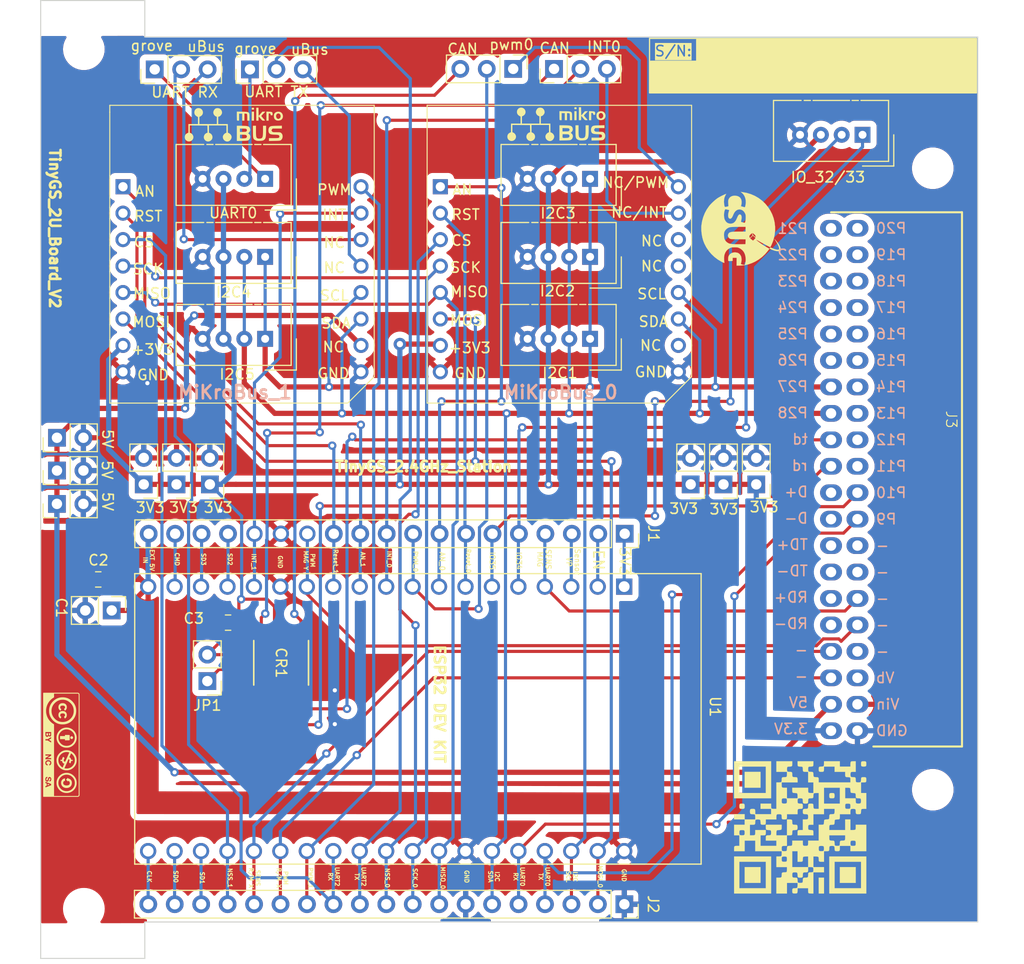
<source format=kicad_pcb>
(kicad_pcb (version 20221018) (generator pcbnew)
  (title_block (title "Carte_ESP_MiKroBus_V1"))
  (layers (0 "F.Cu" power) (31 "B.Cu" power) (34 "B.Paste" user) (35 "F.Paste" user) (36 "B.SilkS" user "B.Silkscreen") (37 "F.SilkS" user "F.Silkscreen") (38 "B.Mask" user) (39 "F.Mask" user) (44 "Edge.Cuts" user))
  (net 0 "")
  (net 1 "GNDREF")
  (net 2 "/19")
  (net 3 "/18")
  (net 4 "/17")
  (net 5 "/16")
  (net 6 "/4")
  (net 7 "/3")
  (net 8 "/2")
  (net 9 "/38")
  (net 10 "/37")
  (net 11 "/36")
  (net 12 "NSS_1")
  (net 13 "NSS_0")
  (net 14 "SCK_0")
  (net 15 "MISO_0")
  (net 16 "I2C_SDA")
  (net 17 "I2C_SCL")
  (net 18 "MOSI_0")
  (net 19 "UART0_Rx")
  (net 20 "UART0_Tx")
  (net 21 "UART2_Rx")
  (net 22 "UART2_Tx")
  (net 23 "UART2_Rx_MiKroBus")
  (net 24 "UART2_Rx_grove")
  (net 25 "UART2_Tx_MiKroBus")
  (net 26 "UART2_Tx_grove")
  (net 27 "PWM_1")
  (net 28 "INT_1")
  (net 29 "AN_0")
  (net 30 "AN_1")
  (net 31 "+3.3V")
  (net 32 "+5V")
  (net 33 "/34")
  (net 34 "/33")
  (net 35 "IN35")
  (net 36 "IN34")
  (net 37 "/13")
  (net 38 "Reset_1")
  (net 39 "Reset_0")
  (net 51 "CAN0_TD")
  (net 53 "CAN0_RD")
  (net 71 "/1")
  (net 72 "CAN_RD")
  (net 73 "CAN_TD")
  (net 74 "ESP_CAN0_TD{slash}PWM_0")
  (net 75 "ESP_CAN0_RD{slash}INT_0")
  (net 77 "Net-(CR1-ASC)")
  (net 78 "INT_0")
  (net 79 "PWM_0")
  (footprint "Logos-image:mikrobus_logo" (layer "F.Cu") (at 66.6192 26.797)
    (fp_text reference "G***" hide)
    (fp_text value "LOGO" hide)
  )
  (footprint "MIKROE-924:MIKROE924" (layer "F.Cu") (at 55.6972 32.89)
    (fp_text reference "MiKroBus_0")
    (fp_text value "MIKROE-924" hide)
  )
  (footprint "Connector_PinSocket_2.54mm:PinSocket_1x19_P2.54mm_Vertical" (layer "F.Cu") (at 73.4046 66.2178 -90)
    (fp_text reference "J1")
    (fp_text value "Conn_01x19")
  )
  (footprint "Connector_PinHeader_2.54mm:PinHeader_1x02_P2.54mm_Vertical" (layer "F.Cu") (at 18.876549 60.149839 90)
    (fp_text reference "5V2" hide)
    (fp_text value "Conn_01x02")
  )
  (footprint "Connector_PinHeader_2.54mm:PinHeader_1x02_P2.54mm_Vertical" (layer "F.Cu") (at 18.876549 57.000239 90)
    (fp_text reference "5V3" hide)
    (fp_text value "Conn_01x02")
  )
  (footprint "Connector:NS-Tech_Grove_1x04_P2mm_Vertical" (layer "F.Cu") (at 38.8692 47.498 -90)
    (fp_text reference "I2C5")
    (fp_text value "Grove")
  )
  (footprint "MountingHole:MountingHole_3.5mm" (layer "F.Cu") (at 21.458 19.685)
    (fp_text reference "REF**" hide)
    (fp_text value "MountingHole_3.5mm")
  )
  (footprint "Connector_PinHeader_2.54mm:PinHeader_1x02_P2.54mm_Vertical" (layer "F.Cu") (at 79.739949 61.475639 180)
    (fp_text reference "3.4" hide)
    (fp_text value "Conn_01x02")
  )
  (footprint "Connector_PinHeader_2.54mm:PinHeader_1x03_P2.54mm_Vertical" (layer "F.Cu") (at 37.4092 21.6184 90)
    (fp_text reference "Jmp_Tx1" hide)
    (fp_text value "Jumper_NC_Dual")
  )
  (footprint "flatsat_conn:flatsat_conn" (layer "F.Cu") (at 106.045 61.005)
    (fp_text reference "J3")
    (fp_text value "Bus Standard")
  )
  (footprint "Connector:NS-Tech_Grove_1x04_P2mm_Vertical" (layer "F.Cu") (at 70.0792 39.624 -90)
    (fp_text reference "I2C2")
    (fp_text value "Grove")
  )
  (footprint "Connector_PinHeader_2.54mm:PinHeader_1x02_P2.54mm_Vertical" (layer "F.Cu") (at 86.039149 61.475639 180)
    (fp_text reference "3.6" hide)
    (fp_text value "Conn_01x02")
  )
  (footprint "Capacitor_SMD:C_0805_2012Metric_Pad1.18x1.45mm_HandSolder" (layer "F.Cu") (at 35.31 74.755 180)
    (fp_text reference "C3")
    (fp_text value "100nF")
  )
  (footprint "Connector_PinHeader_2.54mm:PinHeader_1x02_P2.54mm_Vertical" (layer "F.Cu") (at 27.21 61.475639 180)
    (fp_text reference "3.1" hide)
    (fp_text value "Conn_01x02")
  )
  (footprint "Logos-image:mikrobus_logo" (layer "F.Cu") (at 35.6362 26.841868)
    (fp_text reference "G***" hide)
    (fp_text value "LOGO" hide)
  )
  (footprint "Connector:NS-Tech_Grove_1x04_P2mm_Vertical" (layer "F.Cu") (at 70.0792 32.131 -90)
    (fp_text reference "I2C3")
    (fp_text value "Grove")
  )
  (footprint "Capacitor_SMD:C_0805_2012Metric_Pad1.18x1.45mm_HandSolder" (layer "F.Cu") (at 22.8421 70.6058 180)
    (fp_text reference "C2")
    (fp_text value "C")
  )
  (footprint "Logos-image:QRCode_ThingSat_14.5x14.5" (layer "F.Cu") (at 90.294816 94.384184 90)
    (fp_text reference "G***" hide)
    (fp_text value "LOGO" hide)
  )
  (footprint "CAN_buffer:SO-8_STM" (layer "F.Cu") (at 40.405 78.613 -90)
    (fp_text reference "CR1")
    (fp_text value "L9616")
  )
  (footprint "MIKROE-924:MIKROE924" (layer "F.Cu") (at 25.2172 32.89)
    (fp_text reference "MiKroBus_1")
    (fp_text value "MIKROE-924" hide)
  )
  (footprint "Logos-image:Image-Csug_10x10" (layer "F.Cu") (at 84.557105 36.920238 -90)
    (fp_text reference "G***" hide)
    (fp_text value "LOGO" hide)
  )
  (footprint "MountingHole:MountingHole_3.5mm" (layer "F.Cu") (at 21.458 102.235)
    (fp_text reference "REF**" hide)
    (fp_text value "MountingHole_3.5mm")
  )
  (footprint "Connector:NS-Tech_Grove_1x04_P2mm_Vertical" (layer "F.Cu") (at 38.8692 32.131 -90)
    (fp_text reference "UART0")
    (fp_text value "Grove")
  )
  (footprint "Connector_PinHeader_2.54mm:PinHeader_1x02_P2.54mm_Vertical" (layer "F.Cu") (at 33.3184 80.3706 180)
    (fp_text reference "JP1")
    (fp_text value "Jumper_2_Open")
  )
  (footprint "Connector_PinHeader_2.54mm:PinHeader_1x02_P2.54mm_Vertical" (layer "F.Cu") (at 82.889549 61.475639 180)
    (fp_text reference "3.5" hide)
    (fp_text value "Conn_01x02")
  )
  (footprint "Connector:NS-Tech_Grove_1x04_P2mm_Vertical" (layer "F.Cu") (at 96.244964 27.902006 -90)
    (fp_text reference "IO_32/33")
    (fp_text value "Grove")
  )
  (footprint "Connector_PinHeader_2.54mm:PinHeader_1x03_P2.54mm_Vertical" (layer "F.Cu") (at 28.2652 21.6184 90)
    (fp_text reference "Jmp_Rx1" hide)
    (fp_text value "Jumper_NC_Dual")
  )
  (footprint "MountingHole:MountingHole_3.5mm" (layer "F.Cu") (at 102.992 31.115)
    (fp_text reference "REF**" hide)
    (fp_text value "MountingHole_3.5mm")
  )
  (footprint "ESP32-DEVKITC-32D:MODULE_ESP32-DEVKITC-32D" (layer "F.Cu") (at 53.5926 83.9978 -90)
    (fp_text reference "U1")
    (fp_text value "ESP32-DEVKITC-32D")
  )
  (footprint "Connector_PinSocket_2.54mm:PinSocket_1x19_P2.54mm_Vertical" (layer "F.Cu") (at 73.367936 101.799375 -90)
    (fp_text reference "J2")
    (fp_text value "Conn_01x19")
  )
  (footprint "Connector_PinHeader_2.54mm:PinHeader_1x02_P2.54mm_Vertical" (layer "F.Cu") (at 18.871549 63.350239 90)
    (fp_text reference "5V1" hide)
    (fp_text value "Conn_01x02")
  )
  (footprint "Connector_PinHeader_2.54mm:PinHeader_1x02_P2.54mm_Vertical" (layer "F.Cu") (at 24.1336 73.5838 -90)
    (fp_text reference "C1")
    (fp_text value "C")
  )
  (footprint "Connector:NS-Tech_Grove_1x04_P2mm_Vertical" (layer "F.Cu") (at 38.8692 39.624 -90)
    (fp_text reference "I2C4")
    (fp_text value "Grove")
  )
  (footprint "Connector_PinHeader_2.54mm:PinHeader_1x03_P2.54mm_Vertical" (layer "F.Cu") (at 66.6142 21.5704 90)
    (fp_text reference "Jmp_Rx2" hide)
    (fp_text value "Jumper_NC_Dual")
  )
  (footprint "Connector_PinHeader_2.54mm:PinHeader_1x02_P2.54mm_Vertical" (layer "F.Cu") (at 33.56 61.475639 180)
    (fp_text reference "3.3" hide)
    (fp_text value "Conn_01x02")
  )
  (footprint "Logos-image:license_cc_by_nc_sa" (layer "F.Cu") (at 19.299 86.487 -90)
    (fp_text reference "G***" hide)
    (fp_text value "LOGO" hide)
  )
  (footprint "Connector:NS-Tech_Grove_1x04_P2mm_Vertical" (layer "F.Cu") (at 70.0792 47.498 -90)
    (fp_text reference "I2C1")
    (fp_text value "Grove")
  )
  (footprint "MountingHole:MountingHole_3.5mm" (layer "F.Cu") (at 102.992 90.805)
    (fp_text reference "REF**" hide)
    (fp_text value "MountingHole_3.5mm")
  )
  (footprint "Connector_PinHeader_2.54mm:PinHeader_1x02_P2.54mm_Vertical" (layer "F.Cu") (at 30.3596 61.475639 180)
    (fp_text reference "3.2" hide)
    (fp_text value "Conn_01x02")
  )
  (footprint "Connector_PinHeader_2.54mm:PinHeader_1x03_P2.54mm_Vertical" (layer "F.Cu") (at 62.6942 21.5704 -90)
    (fp_text reference "Jmp_Tx2" hide)
    (fp_text value "Jumper_NC_Dual")
  )
  (gr_rect (start 75.7886 18.6436) (end 107.183 23.876) (stroke (width 0.12)) (fill none) (layer "F.SilkS"))
  (gr_line (start 17.31 15.005) (end 27.31 15.005) (stroke (width 0.1)) (layer "Edge.Cuts"))
  (gr_line (start 27.31 103.505) (end 27.31 107.005) (stroke (width 0.1)) (layer "Edge.Cuts"))
  (gr_line (start 17.31 107.005) (end 17.31 15.005) (stroke (width 0.1)) (layer "Edge.Cuts"))
  (gr_line (start 27.31 18.505) (end 107.31 18.505) (stroke (width 0.1)) (layer "Edge.Cuts"))
  (gr_line (start 107.31 103.505) (end 107.31 18.505) (stroke (width 0.1)) (layer "Edge.Cuts"))
  (gr_line (start 17.31 107.005) (end 27.31 107.005) (stroke (width 0.1)) (layer "Edge.Cuts"))
  (gr_line (start 27.31 15.005) (end 27.31 18.505) (stroke (width 0.1)) (layer "Edge.Cuts"))
  (gr_line (start 27.31 103.505) (end 107.31 103.505) (stroke (width 0.1)) (layer "Edge.Cuts"))
  (gr_text "GND" (at 28.100756 50.95789) (layer "F.SilkS") (effects (font (size 1 1))))
  (gr_text "NC/INT\n" (at 74.798 35.3568) (layer "F.SilkS") (effects (font (size 1 1))))
  (gr_text "3V3" (at 34.3612 63.7032) (layer "F.SilkS") (effects (font (size 1 1))))
  (gr_text "Sensor\nVP" (at 67.769077 68.921833 -90) (layer "F.SilkS") (effects (font (size 0.5 0.5) (thickness 0.09) bold) (justify bottom)))
  (gr_text "AN" (at 27.338756 33.33029) (layer "F.SilkS") (effects (font (size 1 1))))
  (gr_text "SDA\n" (at 76.157556 45.847) (layer "F.SilkS") (effects (font (size 1 1))))
  (gr_text "NC/PWM\n" (at 74.4678 32.4866) (layer "F.SilkS") (effects (font (size 1 1))))
  (gr_text "uBus" (at 41.2492 20.2884) (layer "F.SilkS") (effects (font (size 1 1)) (justify left bottom)))
  (gr_text "Reset_1\n" (at 45.417077 67.651833 -90) (layer "F.SilkS") (effects (font (size 0.4 0.4) (thickness 0.09) bold) (justify left bottom)))
  (gr_text "pwm0\n" (at 60.311617 19.825456) (layer "F.SilkS") (effects (font (size 1 1)) (justify left bottom)))
  (gr_text "TinyGS_2.4GHz_Station" (at 54.097 59.7662) (layer "F.SilkS") (effects (font (size 1 1) (thickness 0.25) bold)))
  (gr_text "3V3" (at 27.8334 63.7032) (layer "F.SilkS") (effects (font (size 1 1))))
  (gr_text "INT" (at 45.513112 35.59089) (layer "F.SilkS") (effects (font (size 1 1))))
  (gr_text "EXT 5V\nIN" (at 27.129698 68.756817 -90) (layer "F.SilkS") (effects (font (size 0.4 0.4) (thickness 0.09) bold) (justify bottom)))
  (gr_text "NC" (at 75.993112 40.51849) (layer "F.SilkS") (effects (font (size 1 1))))
  (gr_text "SCK" (at 58.123556 40.64549) (layer "F.SilkS") (effects (font (size 1 1))))
  (gr_text "grove" (at 25.863392 19.920984) (layer "F.SilkS") (effects (font (size 1 1)) (justify left bottom)))
  (gr_text "3V3" (at 79.079549 63.807439) (layer "F.SilkS") (effects (font (size 1 1))))
  (gr_text "RST" (at 58.123556 35.56549) (layer "F.SilkS") (effects (font (size 1 1))))
  (gr_text "UART2\nTX" (at 47.449077 99.147833 -90) (layer "F.SilkS") (effects (font (size 0.4 0.4) (thickness 0.09) bold) (justify bottom)))
  (gr_text "MISO" (at 58.479156 42.98229) (layer "F.SilkS") (effects (font (size 1 1))))
  (gr_text "GND" (at 73.103077 99.020833 -90) (layer "F.SilkS") (effects (font (size 0.4 0.4) (thickness 0.09) bold) (justify bottom)))
  (gr_text "INT_1" (at 37.543077 68.921833 -90) (layer "F.SilkS") (effects (font (size 0.4 0.4) (thickness 0.09) bold) (justify bottom)))
  (gr_text "GND" (at 58.580756 50.80549) (layer "F.SilkS") (effects (font (size 1 1))))
  (gr_text "CAN" (at 65.130445 20.159781) (layer "F.SilkS") (effects (font (size 1 1)) (justify left bottom)))
  (gr_text "GND" (at 45.423556 50.8254) (layer "F.SilkS") (effects (font (size 1 1))))
  (gr_text "NC" (at 45.513112 40.67089) (layer "F.SilkS") (effects (font (size 1 1))))
  (gr_text "CMD" (at 30.177077 68.667833 -90) (layer "F.SilkS") (effects (font (size 0.4 0.4) (thickness 0.09) bold) (justify bottom)))
  (gr_text "INT0" (at 69.6942 20.025961) (layer "F.SilkS") (effects (font (size 1 1)) (justify left bottom)))
  (gr_text "PWM\nMAG Y\n" (at 42.549437 68.774237 -90) (layer "F.SilkS") (effects (font (size 0.4 0.4) (thickness 0.09) bold) (justify bottom)))
  (gr_text "PWM_1" (at 43.004077 99.274833 -90) (layer "F.SilkS") (effects (font (size 0.4 0.4) (thickness 0.09) bold) (justify bottom)))
  (gr_text "5V" (at 23.744 63.119 -90) (layer "F.SilkS") (effects (font (size 1 1))))
  (gr_text "S/N:" (at 76.210529 20.446668) (layer "F.SilkS" knockout) (effects (font (size 1 1)) (justify left bottom)))
  (gr_text "SD1" (at 32.590077 99.274833 -90) (layer "F.SilkS") (effects (font (size 0.4 0.4) (thickness 0.09) bold) (justify bottom)))
  (gr_text "SCL" (at 75.993112 43.18549) (layer "F.SilkS") (effects (font (size 1 1))))
  (gr_text "+3V3" (at 58.529956 48.36709) (layer "F.SilkS") (effects (font (size 1 1))))
  (gr_text "PWM_0" (at 53.076968 67.82372 -90) (layer "F.SilkS") (effects (font (size 0.4 0.4) (thickness 0.09) bold) (justify left bottom)))
  (gr_text "NSS_1" (at 35.257077 99.274833 -90) (layer "F.SilkS") (effects (font (size 0.4 0.4) (thickness 0.09) bold) (justify bottom)))
  (gr_text "UART RX" (at 27.851637 24.398633) (layer "F.SilkS") (effects (font (size 1 1)) (justify left bottom)))
  (gr_text "IO34" (at 62.943077 67.905833 -90) (layer "F.SilkS") (effects (font (size 0.5 0.5) (thickness 0.09) bold) (justify left bottom)))
  (gr_text "ESP32 DEV KIT" (at 55.6196 82.5754 270) (layer "F.SilkS") (effects (font (size 1 1) (thickness 0.25) bold)))
  (gr_text "CS" (at 57.717156 38.05469) (layer "F.SilkS") (effects (font (size 1 1))))
  (gr_text "CAN" (at 56.2842 20.2404) (layer "F.SilkS") (effects (font (size 1 1)) (justify left bottom)))
  (gr_text "MISO" (at 27.999156 43.13469) (layer "F.SilkS") (effects (font (size 1 1))))
  (gr_text "RST" (at 27.643556 35.71789) (layer "F.SilkS") (effects (font (size 1 1))))
  (gr_text "SD0" (at 30.050077 99.147833 -90) (layer "F.SilkS") (effects (font (size 0.4 0.4) (thickness 0.09) bold) (justify bottom)))
  (gr_text "NSS_0" (at 50.370077 99.274833 -90) (layer "F.SilkS") (effects (font (size 0.4 0.4) (thickness 0.09) bold) (justify bottom)))
  (gr_text "3V3" (at 82.940349 63.858239) (layer "F.SilkS") (effects (font (size 1 1))))
  (gr_text "MOSI" (at 58.428356 45.72549) (layer "F.SilkS") (effects (font (size 1 1))))
  (gr_text "PWM" (at 45.513112 33.17789) (layer "F.SilkS") (effects (font (size 1 1))))
  (gr_text "NC" (at 75.993112 38.10549) (layer "F.SilkS") (effects (font (size 1 1))))
  (gr_text "3V3" (at 31.0338 63.7032) (layer "F.SilkS") (effects (font (size 1 1))))
  (gr_text "SDA\n" (at 45.677556 45.9994) (layer "F.SilkS") (effects (font (size 1 1))))
  (gr_text "UART TX" (at 36.783711 24.363878) (layer "F.SilkS") (effects (font (size 1 1)) (justify left bottom)))
  (gr_text "grove" (at 35.820606 20.203559) (layer "F.SilkS") (effects (font (size 1 1)) (justify left bottom)))
  (gr_text "TinyGS_2U_Board_V2" (at 18.664 36.9062 270) (layer "F.SilkS") (effects (font (size 1 1) (thickness 0.25) bold)))
  (gr_text "CS" (at 27.237156 38.20709) (layer "F.SilkS") (effects (font (size 1 1))))
  (gr_text "MISO_0" (at 55.704077 99.274833 -90) (layer "F.SilkS") (effects (font (size 0.4 0.4) (thickness 0.09) bold) (justify bottom)))
  (gr_text "GND" (at 57.990077 99.147833 -90) (layer "F.SilkS") (effects (font (size 0.4 0.4) (thickness 0.09) bold) (justify bottom)))
  (gr_text "INT_0\n" (at 50.553959 67.810884 -90) (layer "F.SilkS") (effects (font (size 0.4 0.4) (thickness 0.09) bold) (justify left bottom)))
  (gr_text "SCL" (at 45.513112 43.33789) (layer "F.SilkS") (effects (font (size 1 1))))
  (gr_text "UART0\nTX\n\n" (at 64.467077 99.147833 -90) (layer "F.SilkS") (effects (font (size 0.4 0.4) (thickness 0.09) bold) (justify bottom)))
  (gr_text "UART0\nRX\n\n" (at 62.054077 99.147833 -90) (layer "F.SilkS") (effects (font (size 0.4 0.4) (thickness 0.09) bold) (justify bottom)))
  (gr_text "AN_1\n" (at 48.019954 67.900451 -90) (layer "F.SilkS") (effects (font (size 0.4 0.4) (thickness 0.09) bold) (justify left bottom)))
  (gr_text "SENS\nR/M X" (at 37.289077 99.274833 -90) (layer "F.SilkS") (effects (font (size 0.4 0.4) (thickness 0.09) bold) (justify bottom)))
  (gr_text "UART2\nRX" (at 44.909077 99.147833 -90) (layer "F.SilkS") (effects (font (size 0.4 0.4) (thickness 0.09) bold) (justify bottom)))
  (gr_text "SD2" (at 35.257077 68.667833 -90) (layer "F.SilkS") (effects (font (size 0.4 0.4) (thickness 0.09) bold) (justify bottom)))
  (gr_text "GND" (at 75.903556 50.673) (layer "F.SilkS") (effects (font (size 1 1))))
  (gr_text "PWM\nR/M X" (at 39.956077 99.274833 -90) (layer "F.SilkS") (effects (font (size 0.4 0.4) (thickness 0.09) bold) (justify bottom)))
  (gr_text "3V3" (at 72.849077 67.397833 -90) (layer "F.SilkS") (effects (font (size 1 1)) (justify left bottom)))
  (gr_text "I2C\nSCL\n" (at 67.769077 99.147833 -90) (layer "F.SilkS") (effects (font (size 0.4 0.4) (thickness 0.09) bold) (justify bottom)))
  (gr_text "IO35" (at 60.403077 67.905833 -90) (layer "F.SilkS") (effects (font (size 0.5 0.5) (thickness 0.09) bold) (justify left bottom)))
  (gr_text "SCK_0" (at 53.037077 99.274833 -90) (layer "F.SilkS") (effects (font (size 0.4 0.4) (thickness 0.09) bold) (justify bottom)))
  (gr_text "GND" (at 40.083077 68.921833 -90) (layer "F.SilkS") (effects (font (size 0.4 0.4) (thickness 0.09) bold) (justify bottom)))
  (gr_text "MOSI" (at 27.948356 45.87789) (layer "F.SilkS") (effects (font (size 1 1))))
  (gr_text "NC" (at 75.903556 48.133) (layer "F.SilkS") (effects (font (size 1 1))))
  (gr_text "AN" (at 57.818756 33.17789) (layer "F.SilkS") (effects (font (size 1 1))))
  (gr_text "SD3" (at 32.717077 68.667833 -90) (layer "F.SilkS") (effects (font (size 0.4 0.4) (thickness 0.09) bold) (justify bottom)))
  (gr_text "I2C\nSDA" (at 60.276077 99.147833 -90) (layer "F.SilkS") (effects (font (size 0.4 0.4) (thickness 0.09) bold) (justify bottom)))
  (gr_text "3V3" (at 86.801149 63.655039) (layer "F.SilkS") (effects (font (size 1 1))))
  (gr_text "EN" (at 70.309077 67.651833 -90) (layer "F.SilkS") (effects (font (size 1 1)) (justify left bottom)))
  (gr_text "Reset_0" (at 58.166454 67.610607 -90) (layer "F.SilkS") (effects (font (size 0.4 0.4) (thickness 0.09) bold) (justify left bottom)))
  (gr_text "5V" (at 23.744 57.0992 -90) (layer "F.SilkS") (effects (font (size 1 1))))
  (gr_text "SENS\nMAG" (at 64.975077 68.667833 -90) (layer "F.SilkS") (effects (font (size 0.5 0.5) (thickness 0.09)) (justify bottom)))
  (gr_text "+3V3" (at 28.049956 48.51949) (layer "F.SilkS") (effects (font (size 1 1))))
  (gr_text "5V" (at 23.6932 60.0964 -90) (layer "F.SilkS") (effects (font (size 1 1))))
  (gr_text "NC" (at 45.423556 48.2854) (layer "F.SilkS") (effects (font (size 1 1))))
  (gr_text "AN_0\n" (at 55.577077 67.905833 -90) (layer "F.SilkS") (effects (font (size 0.5 0.5) (thickness 0.09) bold) (justify left bottom)))
  (gr_text "MOSI_0\n" (at 70.817077 99.147833 -90) (layer "F.SilkS") (effects (font (size 0.4 0.4) (thickness 0.09) bold) (justify bottom)))
  (gr_text "uBus" (at 31.291986 20.005825) (layer "F.SilkS") (effects (font (size 1 1)) (justify left bottom)))
  (gr_text "CLK" (at 27.510077 99.147833 -90) (layer "F.SilkS") (effects (font (size 0.4 0.4) (thickness 0.09) bold) (justify bottom)))
  (gr_text "NC" (at 45.513112 38.25789) (layer "F.SilkS") (effects (font (size 1 1))))
  (gr_text "SCK" (at 27.643556 40.79789) (layer "F.SilkS") (effects (font (size 1 1))))
  (segment (start 38.1718 64.005) (end 34.56 64.005) (width 0.5) (layer "F.Cu") (net 1))
  (segment (start 40.3846 66.2178) (end 38.1718 64.005) (width 0.5) (layer "F.Cu") (net 1))
  (via (at 45.56 84.505) (size 0.8) (drill 0.4) (layers "F.Cu" "B.Cu") (net 1))
  (via (at 34.56 64.005) (size 0.8) (drill 0.4) (layers "F.Cu" "B.Cu") (net 1))
  (via (at 27.56 51.755) (size 0.8) (drill 0.4) (layers "F.Cu" "B.Cu") (net 1))
  (via (at 45.56 81.255) (size 0.8) (drill 0.4) (layers "F.Cu" "B.Cu") (net 1))
  (segment (start 45.56 84.505) (end 45.56 81.255) (width 0.5) (layer "B.Cu") (net 1))
  (segment (start 27.6326 72.6162) (end 27.6326 71.2978) (width 0.5) (layer "F.Cu") (net 2))
  (segment (start 26.9406 70.6058) (end 27.6326 71.2978) (width 0.5) (layer "F.Cu") (net 2))
  (segment (start 23.8796 70.6058) (end 26.9406 70.6058) (width 0.5) (layer "F.Cu") (net 2))
  (segment (start 26.665 73.5838) (end 27.6326 72.6162) (width 0.5) (layer "F.Cu") (net 2))
  (segment (start 24.1336 73.5838) (end 26.665 73.5838) (width 0.5) (layer "F.Cu") (net 2))
  (segment (start 27.6326 66.2698) (end 27.6846 66.2178) (width 0.5) (layer "B.Cu") (net 2))
  (segment (start 27.6326 71.2978) (end 27.6326 66.2698) (width 0.5) (layer "B.Cu") (net 2))
  (segment (start 30.2246 71.2458) (end 30.1726 71.2978) (width 0.3) (layer "B.Cu") (net 3))
  (segment (start 30.2246 66.2178) (end 30.2246 71.2458) (width 0.3) (layer "B.Cu") (net 3))
  (segment (start 32.7646 66.2178) (end 32.7646 71.2458) (width 0.3) (layer "B.Cu") (net 4))
  (segment (start 32.7646 71.2458) (end 32.7126 71.2978) (width 0.3) (layer "B.Cu") (net 4))
  (segment (start 35.3046 66.2178) (end 35.3046 71.2458) (width 0.3) (layer "B.Cu") (net 5))
  (segment (start 35.3046 71.2458) (end 35.2526 71.2978) (width 0.3) (layer "B.Cu") (net 5))
  (segment (start 68.072205 73.637405) (end 65.7326 71.2978) (width 0.3) (layer "F.Cu") (net 6))
  (segment (start 94.559922 73.637405) (end 68.072205 73.637405) (width 0.3) (layer "F.Cu") (net 6))
  (segment (start 95.759922 72.437405) (end 94.559922 73.637405) (width 0.3) (layer "F.Cu") (net 6))
  (segment (start 65.7326 71.2978) (end 65.7326 66.2698) (width 0.3) (layer "B.Cu") (net 6))
  (segment (start 65.7326 66.2698) (end 65.7846 66.2178) (width 0.3) (layer "B.Cu") (net 6))
  (segment (start 68.2726 71.2978) (end 68.2726 66.2698) (width 0.3) (layer "B.Cu") (net 7))
  (segment (start 68.2726 66.2698) (end 68.3246 66.2178) (width 0.3) (layer "B.Cu") (net 7))
  (segment (start 70.8126 66.2698) (end 70.8646 66.2178) (width 0.3) (layer "B.Cu") (net 8))
  (segment (start 70.8126 71.2978) (end 70.8126 66.2698) (width 0.3) (layer "B.Cu") (net 8))
  (segment (start 27.6326 96.6978) (end 27.6326 101.784039) (width 0.3) (layer "B.Cu") (net 9))
  (segment (start 27.6326 101.784039) (end 27.647936 101.799375) (width 0.3) (layer "B.Cu") (net 9))
  (segment (start 30.1726 101.784039) (end 30.187936 101.799375) (width 0.3) (layer "B.Cu") (net 10))
  (segment (start 30.1726 96.6978) (end 30.1726 101.784039) (width 0.3) (layer "B.Cu") (net 10))
  (segment (start 32.7126 96.6978) (end 32.7126 101.784039) (width 0.3) (layer "B.Cu") (net 11))
  (segment (start 32.7126 101.784039) (end 32.727936 101.799375) (width 0.3) (layer "B.Cu") (net 11))
  (segment (start 29.31 39.505) (end 29.31 58.00534) (width 0.3) (layer "B.Cu") (net 12))
  (segment (start 35.2526 92.867497) (end 35.2526 96.6978) (width 0.3) (layer "B.Cu") (net 12))
  (segment (start 35.2526 96.6978) (end 35.2526 101.784039) (width 0.3) (layer "B.Cu") (net 12))
  (segment (start 35.2526 101.784039) (end 35.267936 101.799375) (width 0.3) (layer "B.Cu") (net 12))
  (segment (start 25.2172 37.97) (end 27.775 37.97) (width 0.3) (layer "B.Cu") (net 12))
  (segment (start 28.9596 86.574497) (end 35.2526 92.867497) (width 0.3) (layer "B.Cu") (net 12))
  (segment (start 29.31 58.00534) (end 28.9596 58.35574) (width 0.3) (layer "B.Cu") (net 12))
  (segment (start 28.9596 58.35574) (end 28.9596 86.574497) (width 0.3) (layer "B.Cu") (net 12))
  (segment (start 27.775 37.97) (end 29.31 39.505) (width 0.3) (layer "B.Cu") (net 12))
  (segment (start 52.670238 64.3503) (end 51.81 65.210538) (width 0.3) (layer "F.Cu") (net 13))
  (segment (start 53.31 64.3503) (end 52.670238 64.3503) (width 0.3) (layer "F.Cu") (net 13))
  (segment (start 51.81 65.210538) (end 51.81 73.505) (width 0.3) (layer "F.Cu") (net 13))
  (segment (start 51.81 73.505) (end 53.31 75.005) (width 0.3) (layer "F.Cu") (net 13))
  (via (at 53.31 64.3503) (size 0.8) (drill 0.4) (layers "F.Cu" "B.Cu") (net 13))
  (via (at 53.31 75.005) (size 0.8) (drill 0.4) (layers "F.Cu" "B.Cu") (net 13))
  (segment (start 50.4926 101.784039) (end 50.507936 101.799375) (width 0.3) (layer "B.Cu") (net 13))
  (segment (start 50.4926 96.6978) (end 50.4926 101.784039) (width 0.3) (layer "B.Cu") (net 13))
  (segment (start 53.56 40.1072) (end 53.56 64.1003) (width 0.3) (layer "B.Cu") (net 13))
  (segment (start 53.31 93.8804) (end 50.4926 96.6978) (width 0.3) (layer "B.Cu") (net 13))
  (segment (start 53.56 64.1003) (end 53.31 64.3503) (width 0.3) (layer "B.Cu") (net 13))
  (segment (start 55.6972 37.97) (end 53.56 40.1072) (width 0.3) (layer "B.Cu") (net 13))
  (segment (start 53.31 75.005) (end 53.31 93.8804) (width 0.3) (layer "B.Cu") (net 13))
  (segment (start 54.5747 41.6325) (end 55.6972 40.51) (width 0.3) (layer "F.Cu") (net 14))
  (segment (start 28.31 41.505) (end 28.4375 41.6325) (width 0.3) (layer "F.Cu") (net 14))
  (segment (start 28.4375 41.6325) (end 54.5747 41.6325) (width 0.3) (layer "F.Cu") (net 14))
  (via (at 28.31 41.505) (size 0.8) (drill 0.4) (layers "F.Cu" "B.Cu") (net 14))
  (segment (start 54.3746 95.3558) (end 54.3746 41.8326) (width 0.3) (layer "B.Cu") (net 14))
  (segment (start 53.0326 96.6978) (end 54.3746 95.3558) (width 0.3) (layer "B.Cu") (net 14))
  (segment (start 27.315 40.51) (end 28.31 41.505) (width 0.3) (layer "B.Cu") (net 14))
  (segment (start 25.2172 40.51) (end 27.315 40.51) (width 0.3) (layer "B.Cu") (net 14))
  (segment (start 53.047936 101.799375) (end 53.047936 96.713136) (width 0.3) (layer "B.Cu") (net 14))
  (segment (start 53.047936 96.713136) (end 53.0326 96.6978) (width 0.3) (layer "B.Cu") (net 14))
  (segment (start 54.3746 41.8326) (end 55.6972 40.51) (width 0.3) (layer "B.Cu") (net 14))
  (segment (start 28.4775 44.1725) (end 54.5747 44.1725) (width 0.3) (layer "F.Cu") (net 15))
  (segment (start 54.5747 44.1725) (end 55.6972 43.05) (width 0.3) (layer "F.Cu") (net 15))
  (segment (start 28.31 44.005) (end 28.4775 44.1725) (width 0.3) (layer "F.Cu") (net 15))
  (via (at 28.31 44.005) (size 0.8) (drill 0.4) (layers "F.Cu" "B.Cu") (net 15))
  (segment (start 57.31 65.005) (end 56.9146 65.4004) (width 0.3) (layer "B.Cu") (net 15))
  (segment (start 56.9146 65.4004) (end 56.9146 95.3558) (width 0.3) (layer "B.Cu") (net 15))
  (segment (start 28.31 44.005) (end 27.355 43.05) (width 0.3) (layer "B.Cu") (net 15))
  (segment (start 55.587936 101.799375) (end 55.587936 96.713136) (width 0.3) (layer "B.Cu") (net 15))
  (segment (start 57.31 44.6628) (end 57.31 65.005) (width 0.3) (layer "B.Cu") (net 15))
  (segment (start 55.6972 43.05) (end 57.31 44.6628) (width 0.3) (layer "B.Cu") (net 15))
  (segment (start 27.355 43.05) (end 25.2172 43.05) (width 0.3) (layer "B.Cu") (net 15))
  (segment (start 55.587936 96.713136) (end 55.5726 96.6978) (width 0.3) (layer "B.Cu") (net 15))
  (segment (start 56.9146 95.3558) (end 55.5726 96.6978) (width 0.3) (layer "B.Cu") (net 15))
  (segment (start 68.067 54.657405) (end 62.06 54.657405) (width 0.5) (layer "F.Cu") (net 16))
  (segment (start 80.6146 54.657405) (end 68.067 54.657405) (width 0.5) (layer "F.Cu") (net 16))
  (segment (start 46.2484 54.657405) (end 39.793405 54.657405) (width 0.5) (layer "F.Cu") (net 16))
  (segment (start 93.219922 54.657405) (end 80.6146 54.657405) (width 0.5) (layer "F.Cu") (net 16))
  (segment (start 36.8692 51.7332) (end 36.8692 47.498) (width 0.5) (layer "F.Cu") (net 16))
  (segment (start 39.793405 54.657405) (end 36.8692 51.7332) (width 0.5) (layer "F.Cu") (net 16))
  (segment (start 62.06 54.657405) (end 46.2484 54.657405) (width 0.5) (layer "F.Cu") (net 16))
  (via (at 62.06 54.657405) (size 0.8) (drill 0.4) (layers "F.Cu" "B.Cu") (net 16))
  (via (at 80.6146 54.657405) (size 0.8) (drill 0.4) (layers "F.Cu" "B.Cu") (net 16))
  (via (at 68.067 54.657405) (size 0.8) (drill 0.4) (layers "F.Cu" "B.Cu") (net 16))
  (via (at 46.2484 54.657405) (size 0.8) (drill 0.4) (layers "F.Cu" "B.Cu") (net 16))
  (segment (start 68.0792 32.131) (end 68.0792 39.624) (width 0.3) (layer "B.Cu") (net 16))
  (segment (start 68.0792 47.498) (end 68.0792 54.645205) (width 0.3) (layer "B.Cu") (net 16))
  (segment (start 68.0792 54.645205) (end 68.067 54.657405) (width 0.3) (layer "B.Cu") (net 16))
  (segment (start 80.6146 47.6474) (end 80.6146 54.657405) (width 0.3) (layer "B.Cu") (net 16))
  (segment (start 61.9546 95.3958) (end 61.9546 54.762805) (width 0.3) (layer "B.Cu") (net 16))
  (segment (start 78.5572 45.59) (end 80.6146 47.6474) (width 0.3) (layer "B.Cu") (net 16))
  (segment (start 60.667936 96.713136) (end 60.6526 96.6978) (width 0.3) (layer "B.Cu") (net 16))
  (segment (start 68.0792 39.624) (end 68.0792 47.498) (width 0.3) (layer "B.Cu") (net 16))
  (segment (start 48.0772 45.59) (end 46.2484 47.4188) (width 0.3) (layer "B.Cu") (net 16))
  (segment (start 60.6526 96.6978) (end 61.9546 95.3958) (width 0.3) (layer "B.Cu") (net 16))
  (segment (start 46.2484 47.4188) (end 46.2484 54.657405) (width 0.3) (layer "B.Cu") (net 16))
  (segment (start 61.9546 54.762805) (end 62.06 54.657405) (width 0.3) (layer "B.Cu") (net 16))
  (segment (start 60.667936 101.799375) (end 60.667936 96.713136) (width 0.3) (layer "B.Cu") (net 16))
  (segment (start 36.8692 47.498) (end 36.8692 39.624) (width 0.3) (layer "B.Cu") (net 16))
  (segment (start 40.276005 52.117405) (end 38.8692 50.7106) (width 0.5) (layer "F.Cu") (net 17))
  (segment (start 70.0482 52.117405) (end 45.0038 52.117405) (width 0.5) (layer "F.Cu") (net 17))
  (segment (start 93.219922 52.117405) (end 82.1132 52.117405) (width 0.5) (layer "F.Cu") (net 17))
  (segment (start 45.0038 52.117405) (end 40.276005 52.117405) (width 0.5) (layer "F.Cu") (net 17))
  (segment (start 68.287936 101.799375) (end 68.287936 96.713136) (width 0.3) (layer "F.Cu") (net 17))
  (segment (start 68.287936 96.713136) (end 68.2726 96.6978) (width 0.3) (layer "F.Cu") (net 17))
  (segment (start 82.1132 52.117405) (end 70.0482 52.117405) (width 0.5) (layer "F.Cu") (net 17))
  (segment (start 38.8692 50.7106) (end 38.8692 47.498) (width 0.5) (layer "F.Cu") (net 17))
  (via (at 82.1132 52.117405) (size 0.8) (drill 0.4) (layers "F.Cu" "B.Cu") (net 17))
  (via (at 70.0482 52.117405) (size 0.8) (drill 0.4) (layers "F.Cu" "B.Cu") (net 17))
  (via (at 45.0038 52.117405) (size 0.8) (drill 0.4) (layers "F.Cu" "B.Cu") (net 17))
  (segment (start 68.2726 96.6978) (end 69.5746 95.3958) (width 0.3) (layer "B.Cu") (net 17))
  (segment (start 45.0038 46.1234) (end 45.0038 52.117405) (width 0.3) (layer "B.Cu") (net 17))
  (segment (start 78.5572 43.05) (end 82.1132 46.606) (width 0.3) (layer "B.Cu") (net 17))
  (segment (start 48.0772 43.05) (end 45.0038 46.1234) (width 0.3) (layer "B.Cu") (net 17))
  (segment (start 82.1132 46.606) (end 82.1132 52.117405) (width 0.3) (layer "B.Cu") (net 17))
  (segment (start 69.5746 52.591005) (end 70.0482 52.117405) (width 0.3) (layer "B.Cu") (net 17))
  (segment (start 70.0792 47.498) (end 70.0792 52.086405) (width 0.3) (layer "B.Cu") (net 17))
  (segment (start 69.5746 95.3958) (end 69.5746 52.591005) (width 0.3) (layer "B.Cu") (net 17))
  (segment (start 70.0792 52.086405) (end 70.0482 52.117405) (width 0.3) (layer "B.Cu") (net 17))
  (segment (start 38.8692 47.498) (end 38.8692 39.624) (width 0.3) (layer "B.Cu") (net 17))
  (segment (start 70.0792 39.624) (end 70.0792 47.498) (width 0.3) (layer "B.Cu") (net 17))
  (segment (start 70.0792 32.131) (end 70.0792 39.624) (width 0.3) (layer "B.Cu") (net 17))
  (segment (start 59.06 45.755) (end 58.895 45.59) (width 0.3) (layer "F.Cu") (net 18))
  (segment (start 59.06 59.2582) (end 38.8854 59.2582) (width 0.3) (layer "F.Cu") (net 18))
  (segment (start 72.131 59.2582) (end 59.06 59.2582) (width 0.3) (layer "F.Cu") (net 18))
  (segment (start 38.8854 59.2582) (end 25.2172 45.59) (width 0.3) (layer "F.Cu") (net 18))
  (segment (start 70.827936 96.713136) (end 70.8126 96.6978) (width 0.3) (layer "F.Cu") (net 18))
  (segment (start 58.895 45.59) (end 55.6972 45.59) (width 0.3) (layer "F.Cu") (net 18))
  (segment (start 70.827936 101.799375) (end 70.827936 96.713136) (width 0.3) (layer "F.Cu") (net 18))
  (via (at 72.131 59.2582) (size 0.8) (drill 0.4) (layers "F.Cu" "B.Cu") (net 18))
  (via (at 59.06 59.2582) (size 0.8) (drill 0.4) (layers "F.Cu" "B.Cu") (net 18))
  (via (at 59.06 45.755) (size 0.8) (drill 0.4) (layers "F.Cu" "B.Cu") (net 18))
  (segment (start 59.06 59.2582) (end 59.06 45.755) (width 0.3) (layer "B.Cu") (net 18))
  (segment (start 72.1146 95.3958) (end 72.1146 59.2746) (width 0.3) (layer "B.Cu") (net 18))
  (segment (start 70.8126 96.6978) (end 72.1146 95.3958) (width 0.3) (layer "B.Cu") (net 18))
  (segment (start 72.1146 59.2746) (end 72.131 59.2582) (width 0.3) (layer "B.Cu") (net 18))
  (segment (start 82.2148 94.107) (end 65.7834 94.107) (width 0.3) (layer "F.Cu") (net 19))
  (segment (start 94.419922 66.157405) (end 89.996795 66.157405) (width 0.3) (layer "F.Cu") (net 19))
  (segment (start 95.759922 64.817405) (end 94.419922 66.157405) (width 0.3) (layer "F.Cu") (net 19))
  (segment (start 89.996795 66.157405) (end 83.942 72.2122) (width 0.3) (layer "F.Cu") (net 19))
  (segment (start 65.7834 94.107) (end 63.1926 96.6978) (width 0.3) (layer "F.Cu") (net 19))
  (via (at 83.942 72.2122) (size 0.8) (drill 0.4) (layers "F.Cu" "B.Cu") (net 19))
  (via (at 82.2148 94.107) (size 0.8) (drill 0.4) (layers "F.Cu" "B.Cu") (net 19))
  (segment (start 83.942 72.2122) (end 83.942 92.3798) (width 0.3) (layer "B.Cu") (net 19))
  (segment (start 63.207936 101.799375) (end 63.207936 96.713136) (width 0.3) (layer "B.Cu") (net 19))
  (segment (start 83.942 92.3798) (end 82.2148 94.107) (width 0.3) (layer "B.Cu") (net 19))
  (segment (start 63.207936 96.713136) (end 63.1926 96.6978) (width 0.3) (layer "B.Cu") (net 19))
  (segment (start 95.759922 62.277405) (end 94.419922 63.617405) (width 0.3) (layer "F.Cu") (net 20))
  (segment (start 94.419922 63.617405) (end 90.860395 63.617405) (width 0.3) (layer "F.Cu") (net 20))
  (segment (start 82.418 72.0598) (end 77.9476 72.0598) (width 0.3) (layer "F.Cu") (net 20))
  (segment (start 90.860395 63.617405) (end 82.418 72.0598) (width 0.3) (layer "F.Cu") (net 20))
  (via (at 77.9476 72.0598) (size 0.8) (drill 0.4) (layers "F.Cu" "B.Cu") (net 20))
  (segment (start 77.9476 96.52) (end 75.687 98.7806) (width 0.3) (layer "B.Cu") (net 20))
  (segment (start 65.747936 96.713136) (end 65.7326 96.6978) (width 0.3) (layer "B.Cu") (net 20))
  (segment (start 65.7326 97.4368) (end 65.7326 96.6978) (width 0.3) (layer "B.Cu") (net 20))
  (segment (start 75.687 98.7806) (end 67.0764 98.7806) (width 0.3) (layer "B.Cu") (net 20))
  (segment (start 77.9476 72.0598) (end 77.9476 96.52) (width 0.3) (layer "B.Cu") (net 20))
  (segment (start 65.747936 101.799375) (end 65.747936 96.713136) (width 0.3) (layer "B.Cu") (net 20))
  (segment (start 67.0764 98.7806) (end 65.7326 97.4368) (width 0.3) (layer "B.Cu") (net 20))
  (segment (start 36.56 98.505) (end 37.31 99.255) (width 0.3) (layer "B.Cu") (net 21))
  (segment (start 36.56 91.505) (end 36.56 98.505) (width 0.3) (layer "B.Cu") (net 21))
  (segment (start 37.31 99.255) (end 42.883561 99.255) (width 0.3) (layer "B.Cu") (net 21))
  (segment (start 45.4126 101.784039) (end 45.427936 101.799375) (width 0.3) (layer "B.Cu") (net 21))
  (segment (start 31.81 58.40614) (end 31.81 63.005) (width 0.3) (layer "B.Cu") (net 21))
  (segment (start 31.81 63.005) (end 31.5146 63.3004) (width 0.3) (layer "B.Cu") (net 21))
  (segment (start 31.5146 86.4596) (end 36.56 91.505) (width 0.3) (layer "B.Cu") (net 21))
  (segment (start 45.4126 96.6978) (end 45.4126 101.784039) (width 0.3) (layer "B.Cu") (net 21))
  (segment (start 30.222102 56.818242) (end 31.81 58.40614) (width 0.3) (layer "B.Cu") (net 21))
  (segment (start 42.883561 99.255) (end 45.427936 101.799375) (width 0.3) (layer "B.Cu") (net 21))
  (segment (start 31.5146 63.3004) (end 31.5146 86.4596) (width 0.3) (layer "B.Cu") (net 21))
  (segment (start 30.222102 22.201498) (end 30.222102 56.818242) (width 0.3) (layer "B.Cu") (net 21))
  (segment (start 30.8052 21.6184) (end 30.222102 22.201498) (width 0.3) (layer "B.Cu") (net 21))
  (segment (start 47.9526 96.6978) (end 51.8346 92.8158) (width 0.3) (layer "B.Cu") (net 22))
  (segment (start 52.81 22.505) (end 49.81 19.505) (width 0.3) (layer "B.Cu") (net 22))
  (segment (start 41.06 19.505) (end 39.9492 20.6158) (width 0.3) (layer "B.Cu") (net 22))
  (segment (start 47.9526 101.784039) (end 47.967936 101.799375) (width 0.3) (layer "B.Cu") (net 22))
  (segment (start 52.81 62.005) (end 52.81 22.505) (width 0.3) (layer "B.Cu") (net 22))
  (segment (start 51.8346 92.8158) (end 51.8346 62.9804) (width 0.3) (layer "B.Cu") (net 22))
  (segment (start 51.8346 62.9804) (end 52.81 62.005) (width 0.3) (layer "B.Cu") (net 22))
  (segment (start 49.81 19.505) (end 41.06 19.505) (width 0.3) (layer "B.Cu") (net 22))
  (segment (start 47.9526 96.6978) (end 47.9526 101.784039) (width 0.3) (layer "B.Cu") (net 22))
  (segment (start 39.9492 20.6158) (end 39.9492 21.6184) (width 0.3) (layer "B.Cu") (net 22))
  (segment (start 31.107 37.97) (end 31.0592 37.9222) (width 0.3) (layer "F.Cu") (net 23))
  (segment (start 48.0772 37.97) (end 31.107 37.97) (width 0.3) (layer "F.Cu") (net 23))
  (via (at 31.0592 37.9222) (size 0.8) (drill 0.4) (layers "F.Cu" "B.Cu") (net 23))
  (segment (start 31.0592 37.9222) (end 31.0592 23.9044) (width 0.3) (layer "B.Cu") (net 23))
  (segment (start 31.0592 23.9044) (end 33.3452 21.6184) (width 0.3) (layer "B.Cu") (net 23))
  (segment (start 38.7778 32.131) (end 28.2652 21.6184) (width 0.3) (layer "F.Cu") (net 24))
  (segment (start 38.8692 32.131) (end 38.7778 32.131) (width 0.3) (layer "F.Cu") (net 24))
  (segment (start 46.9547 39.3875) (end 46.9547 26.0839) (width 0.3) (layer "B.Cu") (net 25))
  (segment (start 48.0772 40.51) (end 46.9547 39.3875) (width 0.3) (layer "B.Cu") (net 25))
  (segment (start 46.9547 26.0839) (end 42.4892 21.6184) (width 0.3) (layer "B.Cu") (net 25))
  (segment (start 37.4092 21.6184) (end 37.4092 31.591) (width 0.3) (layer "B.Cu") (net 26))
  (segment (start 37.4092 31.591) (end 36.8692 32.131) (width 0.3) (layer "B.Cu") (net 26))
  (segment (start 42.8726 101.784039) (end 42.887936 101.799375) (width 0.3) (layer "F.Cu") (net 27))
  (segment (start 42.8726 96.6978) (end 42.8726 101.784039) (width 0.3) (layer "F.Cu") (net 27))
  (segment (start 49.81 34.6228) (end 49.81 51.755) (width 0.3) (layer "B.Cu") (net 27))
  (segment (start 49.2946 90.2758) (end 42.8726 96.6978) (width 0.3) (layer "B.Cu") (net 27))
  (segment (start 49.2946 52.2704) (end 49.2946 90.2758) (width 0.3) (layer "B.Cu") (net 27))
  (segment (start 48.0772 32.89) (end 49.81 34.6228) (width 0.3) (layer "B.Cu") (net 27))
  (segment (start 49.81 51.755) (end 49.2946 52.2704) (width 0.3) (layer "B.Cu") (net 27))
  (segment (start 40.31 35.505) (end 40.385 35.43) (width 0.3) (layer "F.Cu") (net 28))
  (segment (start 40.385 35.43) (end 48.0772 35.43) (width 0.3) (layer "F.Cu") (net 28))
  (via (at 40.31 35.505) (size 0.8) (drill 0.4) (layers "F.Cu" "B.Cu") (net 28))
  (segment (start 37.8446 66.2178) (end 37.8446 51.7204) (width 0.3) (layer "B.Cu") (net 28))
  (segment (start 37.8446 66.2178) (end 37.8446 71.2458) (width 0.3) (layer "B.Cu") (net 28))
  (segment (start 37.8446 71.2458) (end 37.7926 71.2978) (width 0.3) (layer "B.Cu") (net 28))
  (segment (start 40.31 49.255) (end 40.31 35.505) (width 0.3) (layer "B.Cu") (net 28))
  (segment (start 37.8446 51.7204) (end 40.31 49.255) (width 0.3) (layer "B.Cu") (net 28))
  (segment (start 61.56 33.005) (end 61.445 32.89) (width 0.3) (layer "F.Cu") (net 29))
  (segment (start 55.81 53.505) (end 61.56 53.505) (width 0.3) (layer "F.Cu") (net 29))
  (segment (start 61.445 32.89) (end 55.6972 32.89) (width 0.3) (layer "F.Cu") (net 29))
  (via (at 61.56 53.505) (size 0.8) (drill 0.4) (layers "F.Cu" "B.Cu") (net 29))
  (via (at 61.56 33.005) (size 0.8) (drill 0.4) (layers "F.Cu" "B.Cu") (net 29))
  (via (at 55.81 53.505) (size 0.8) (drill 0.4) (layers "F.Cu" "B.Cu") (net 29))
  (segment (start 55.6246 66.2178) (end 55.6246 53.6904) (width 0.3) (layer "B.Cu") (net 29))
  (segment (start 55.5726 71.2978) (end 55.5726 66.2698) (width 0.3) (layer "B.Cu") (net 29))
  (segment (start 55.5726 66.2698) (end 55.6246 66.2178) (width 0.3) (layer "B.Cu") (net 29))
  (segment (start 61.56 53.505) (end 61.56 33.005) (width 0.3) (layer "B.Cu") (net 29))
  (segment (start 55.6246 53.6904) (end 55.81 53.505) (width 0.3) (layer "B.Cu") (net 29))
  (segment (start 27.31 34.9828) (end 25.2172 32.89) (width 0.3) (layer "F.Cu") (net 30))
  (segment (start 47.9692 55.6642) (end 38.2192 55.6642) (width 0.3) (layer "F.Cu") (net 30))
  (segment (start 27.31 44.755) (end 27.31 34.9828) (width 0.3) (layer "F.Cu") (net 30))
  (segment (start 38.2192 55.6642) (end 27.31 44.755) (width 0.3) (layer "F.Cu") (net 30))
  (segment (start 48.06 55.755) (end 47.9692 55.6642) (width 0.3) (layer "F.Cu") (net 30))
  (via (at 48.06 55.755) (size 0.8) (drill 0.4) (layers "F.Cu" "B.Cu") (net 30))
  (segment (start 48.0046 71.2458) (end 47.9526 71.2978) (width 0.3) (layer "B.Cu") (net 30))
  (segment (start 48.0046 66.2178) (end 48.039 66.1834) (width 0.3) (layer "B.Cu") (net 30))
  (segment (start 48.039 55.776) (end 48.06 55.755) (width 0.3) (layer "B.Cu") (net 30))
  (segment (start 48.039 66.1834) (end 48.039 55.776) (width 0.3) (layer "B.Cu") (net 30))
  (segment (start 48.0046 66.2178) (end 48.0046 71.2458) (width 0.3) (layer "B.Cu") (net 30))
  (segment (start 67.7052 30.505) (end 66.0792 32.131) (width 0.5) (layer "F.Cu") (net 31))
  (segment (start 89.64197 30.505) (end 67.7052 30.505) (width 0.5) (layer "F.Cu") (net 31))
  (segment (start 39.06 72.505) (end 39.77 73.215) (width 0.3) (layer "F.Cu") (net 31))
  (segment (start 36.3475 74.8015) (end 33.3184 77.8306) (width 0.3) (layer "F.Cu") (net 31))
  (segment (start 92.244964 27.902006) (end 89.64197 30.505) (width 0.5) (layer "F.Cu") (net 31))
  (segment (start 36.3475 72.7175) (end 36.3475 74.755) (width 0.3) (layer "F.Cu") (net 31))
  (segment (start 36.56 72.505) (end 39.06 72.505) (width 0.3) (layer "F.Cu") (net 31))
  (segment (start 36.3475 74.755) (end 36.3475 74.8015) (width 0.3) (layer "F.Cu") (net 31))
  (segment (start 36.06 61.475639) (end 34.070749 61.475639) (width 0.5) (layer "F.Cu") (net 31))
  (segment (start 39.77 77.434199) (end 39.77 76.1492) (width 0.3) (layer "F.Cu") (net 31))
  (segment (start 33.3184 77.8306) (end 39.373599 77.8306) (width 0.3) (layer "F.Cu") (net 31))
  (segment (start 79.739949 61.475639) (end 66.0858 61.475639) (width 0.5) (layer "F.Cu") (net 31))
  (segment (start 36.56 72.505) (end 36.3475 72.7175) (width 0.3) (layer "F.Cu") (net 31))
  (segment (start 39.77 73.215) (end 39.77 76.1492) (width 0.3) (layer "F.Cu") (net 31))
  (segment (start 51.8105 48.005) (end 55.5722 48.005) (width 0.5) (layer "F.Cu") (net 31))
  (segment (start 66.0858 61.475639) (end 51.81 61.475639) (width 0.5) (layer "F.Cu") (net 31))
  (segment (start 55.5722 48.005) (end 55.6972 48.13) (width 0.5) (layer "F.Cu") (net 31))
  (segment (start 39.373599 77.8306) (end 39.77 77.434199) (width 0.3) (layer "F.Cu") (net 31))
  (segment (start 51.81 61.475639) (end 36.06 61.475639) (width 0.5) (layer "F.Cu") (net 31))
  (via (at 66.0858 61.475639) (size 0.8) (drill 0.4) (layers "F.Cu" "B.Cu") (net 31))
  (via (at 51.8105 48.005) (size 1.2) (drill 0.6) (layers "F.Cu" "B.Cu") (net 31))
  (via (at 51.81 61.475639) (size 0.8) (drill 0.4) (layers "F.Cu" "B.Cu") (net 31))
  (via (at 36.56 72.505) (size 0.8) (drill 0.4) (layers "F.Cu" "B.Cu") (net 31))
  (segment (start 66.0792 39.624) (end 66.0792 47.498) (width 0.5) (layer "B.Cu") (net 31))
  (segment (start 35.8852 60.2742) (end 34.683761 61.475639) (width 0.5) (layer "B.Cu") (net 31))
  (segment (start 27.21 61.475639) (end 23.8447 58.110339) (width 0.5) (layer "B.Cu") (net 31))
  (segment (start 36.6126 64.528239) (end 33.56 61.475639) (width 0.3) (layer "B.Cu") (net 31))
  (segment (start 66.0792 61.469039) (end 66.0858 61.475639) (width 0.5) (layer "B.Cu") (net 31))
  (segment (start 36.56 72.505) (end 36.6126 72.4524) (width 0.3) (layer "B.Cu") (net 31))
  (segment (start 36.6126 72.4524) (end 36.6126 64.528239) (width 0.3) (layer "B.Cu") (net 31))
  (segment (start 34.8692 47.498) (end 34.8692 39.624) (width 0.5) (layer "B.Cu") (net 31))
  (segment (start 51.81 61.475639) (end 51.81 48.0055) (width 0.5) (layer "B.Cu") (net 31))
  (segment (start 51.81 48.0055) (end 51.8105 48.005) (width 0.5) (layer "B.Cu") (net 31))
  (segment (start 35.8852 48.514) (end 35.8852 60.2742) (width 0.5) (layer "B.Cu") (net 31))
  (segment (start 23.8447 58.110339) (end 23.8447 49.5025) (width 0.5) (layer "B.Cu") (net 31))
  (segment (start 34.683761 61.475639) (end 33.56 61.475639) (width 0.5) (layer "B.Cu") (net 31))
  (segment (start 34.8692 47.498) (end 35.8852 48.514) (width 0.5) (layer "B.Cu") (net 31))
  (segment (start 66.0792 32.131) (end 66.0792 39.624) (width 0.5) (layer "B.Cu") (net 31))
  (segment (start 34.8692 32.131) (end 34.8692 39.624) (width 0.5) (layer "B.Cu") (net 31))
  (segment (start 23.8447 49.5025) (end 25.2172 48.13) (width 0.5) (layer "B.Cu") (net 31))
  (segment (start 66.0792 47.498) (end 66.0792 61.469039) (width 0.5) (layer "B.Cu") (net 31))
  (segment (start 21.696788 54.18) (end 18.876549 57.000239) (width 0.5) (layer "F.Cu") (net 32))
  (segment (start 93.219922 82.597405) (end 86.688727 89.1286) (width 0.5) (layer "F.Cu") (net 32))
  (segment (start 31.171602 54.18) (end 21.696788 54.18) (width 0.5) (layer "F.Cu") (net 32))
  (segment (start 45.2022 45.255) (end 32.06 45.255) (width 0.5) (layer "F.Cu") (net 32))
  (segment (start 48.0772 48.13) (end 45.2022 45.255) (width 0.5) (layer "F.Cu") (net 32))
  (segment (start 86.688727 89.1286) (end 30.1702 89.1286) (width 0.5) (layer "F.Cu") (net 32))
  (via (at 31.171602 54.18) (size 0.8) (drill 0.4) (layers "F.Cu" "B.Cu") (net 32))
  (via (at 30.1702 89.1286) (size 0.8) (drill 0.4) (layers "F.Cu" "B.Cu") (net 32))
  (via (at 32.06 45.255) (size 0.8) (drill 0.4) (layers "F.Cu" "B.Cu") (net 32))
  (segment (start 30.1702 89.1286) (end 18.871549 77.829949) (width 0.5) (layer "B.Cu") (net 32))
  (segment (start 18.871549 77.829949) (end 18.871549 63.350239) (width 0.5) (layer "B.Cu") (net 32))
  (segment (start 31.31 54.041602) (end 31.31 46.005) (width 0.5) (layer "B.Cu") (net 32))
  (segment (start 31.31 46.005) (end 32.06 45.255) (width 0.5) (layer "B.Cu") (net 32))
  (segment (start 31.171602 54.18) (end 31.31 54.041602) (width 0.5) (layer "B.Cu") (net 32))
  (segment (start 54.557595 77.517405) (end 44.7498 87.3252) (width 0.3) (layer "F.Cu") (net 33))
  (segment (start 37.7926 101.784039) (end 37.807936 101.799375) (width 0.3) (layer "F.Cu") (net 33))
  (segment (start 37.7926 96.6978) (end 37.7926 101.784039) (width 0.3) (layer "F.Cu") (net 33))
  (segment (start 93.219922 77.517405) (end 54.557595 77.517405) (width 0.3) (layer "F.Cu") (net 33))
  (via (at 44.7498 87.3252) (size 0.8) (drill 0.4) (layers "F.Cu" "B.Cu") (net 33))
  (segment (start 37.7926 94.2824) (end 37.7926 96.6978) (width 0.3) (layer "B.Cu") (net 33))
  (segment (start 44.7498 87.3252) (end 37.7926 94.2824) (width 0.3) (layer "B.Cu") (net 33))
  (segment (start 55.040195 80.057405) (end 93.219922 80.057405) (width 0.3) (layer "F.Cu") (net 34))
  (segment (start 40.3326 96.6978) (end 40.3326 101.784039) (width 0.3) (layer "F.Cu") (net 34))
  (segment (start 47.6708 87.4776) (end 47.6708 87.4268) (width 0.3) (layer "F.Cu") (net 34))
  (segment (start 47.6708 87.4268) (end 55.040195 80.057405) (width 0.3) (layer "F.Cu") (net 34))
  (segment (start 40.3326 101.784039) (end 40.347936 101.799375) (width 0.3) (layer "F.Cu") (net 34))
  (via (at 47.6708 87.4776) (size 0.8) (drill 0.4) (layers "F.Cu" "B.Cu") (net 34))
  (segment (start 47.6708 87.4776) (end 40.3326 94.8158) (width 0.3) (layer "B.Cu") (net 34))
  (segment (start 40.3326 94.8158) (end 40.3326 96.6978) (width 0.3) (layer "B.Cu") (net 34))
  (segment (start 62.4174 64.505) (end 76.31 64.505) (width 0.3) (layer "F.Cu") (net 35))
  (segment (start 76.31 53.505) (end 83.56 53.505) (width 0.3) (layer "F.Cu") (net 35))
  (segment (start 60.7046 66.2178) (end 62.4174 64.505) (width 0.3) (layer "F.Cu") (net 35))
  (via (at 83.56 53.505) (size 0.8) (drill 0.4) (layers "F.Cu" "B.Cu") (net 35))
  (via (at 76.31 53.505) (size 0.8) (drill 0.4) (layers "F.Cu" "B.Cu") (net 35))
  (via (at 76.31 64.505) (size 0.8) (drill 0.4) (layers "F.Cu" "B.Cu") (net 35))
  (segment (start 83.56 38.58697) (end 94.244964 27.902006) (width 0.3) (layer "B.Cu") (net 35))
  (segment (start 60.6526 66.2698) (end 60.7046 66.2178) (width 0.3) (layer "B.Cu") (net 35))
  (segment (start 83.56 53.505) (end 83.56 38.58697) (width 0.3) (layer "B.Cu") (net 35))
  (segment (start 60.6526 71.2978) (end 60.6526 66.2698) (width 0.3) (layer "B.Cu") (net 35))
  (segment (start 76.31 64.505) (end 76.31 53.505) (width 0.3) (layer "B.Cu") (net 35))
  (segment (start 63.56 56.005) (end 85.06 56.005) (width 0.3) (layer "F.Cu") (net 36))
  (via (at 85.06 56.005) (size 0.8) (drill 0.4) (layers "F.Cu" "B.Cu") (net 36))
  (via (at 63.56 56.005) (size 0.8) (drill 0.4) (layers "F.Cu" "B.Cu") (net 36))
  (segment (start 85.06 40.255) (end 96.244964 29.070036) (width 0.3) (layer "B.Cu") (net 36))
  (segment (start 63.2446 56.3204) (end 63.56 56.005) (width 0.3) (layer "B.Cu") (net 36))
  (segment (start 85.06 56.005) (end 85.06 40.255) (width 0.3) (layer "B.Cu") (net 36))
  (segment (start 63.1926 71.2978) (end 63.1926 66.2698) (width 0.3) (layer "B.Cu") (net 36))
  (segment (start 63.1926 66.2698) (end 63.2446 66.2178) (width 0.3) (layer "B.Cu") (net 36))
  (segment (start 96.244964 29.070036) (end 96.244964 27.902006) (width 0.3) (layer "B.Cu") (net 36))
  (segment (start 63.2446 66.2178) (end 63.2446 56.3204) (width 0.3) (layer "B.Cu") (net 36))
  (segment (start 92.472866 76.317405) (end 91.822866 76.967405) (width 0.3) (layer "F.Cu") (net 37))
  (segment (start 93.966978 76.317405) (end 92.472866 76.317405) (width 0.3) (layer "F.Cu") (net 37))
  (segment (start 95.759922 74.977405) (end 94.19345 76.543877) (width 0.3) (layer "F.Cu") (net 37))
  (segment (start 91.822866 76.967405) (end 54.329778 76.967405) (width 0.3) (layer "F.Cu") (net 37))
  (segment (start 42.8726 71.986) (end 42.8726 71.2978) (width 0.3) (layer "F.Cu") (net 37))
  (segment (start 94.19345 76.543877) (end 93.966978 76.317405) (width 0.3) (layer "F.Cu") (net 37))
  (segment (start 54.292183 77.005) (end 47.8916 77.005) (width 0.3) (layer "F.Cu") (net 37))
  (segment (start 54.329778 76.967405) (end 54.292183 77.005) (width 0.3) (layer "F.Cu") (net 37))
  (segment (start 47.8916 77.005) (end 42.8726 71.986) (width 0.3) (layer "F.Cu") (net 37))
  (segment (start 42.9246 66.2178) (end 42.9246 71.2458) (width 0.3) (layer "B.Cu") (net 37))
  (segment (start 42.9246 71.2458) (end 42.8726 71.2978) (width 0.3) (layer "B.Cu") (net 37))
  (segment (start 26.56 45.171571) (end 26.56 36.7728) (width 0.3) (layer "F.Cu") (net 38))
  (segment (start 45.31 57.755) (end 39.143429 57.755) (width 0.3) (layer "F.Cu") (net 38))
  (segment (start 39.143429 57.755) (end 26.56 45.171571) (width 0.3) (layer "F.Cu") (net 38))
  (segment (start 26.56 36.7728) (end 25.2172 35.43) (width 0.3) (layer "F.Cu") (net 38))
  (via (at 45.31 57.755) (size 0.8) (drill 0.4) (layers "F.Cu" "B.Cu") (net 38))
  (segment (start 45.4646 66.2178) (end 45.4646 57.9096) (width 0.3) (layer "B.Cu") (net 38))
  (segment (start 45.4646 66.2178) (end 45.4646 71.2458) (width 0.3) (layer "B.Cu") (net 38))
  (segment (start 45.4646 57.9096) (end 45.31 57.755) (width 0.3) (layer "B.Cu") (net 38))
  (segment (start 45.4646 71.2458) (end 45.4126 71.2978) (width 0.3) (layer "B.Cu") (net 38))
  (segment (start 58.06 66.1132) (end 58.06 37.7928) (width 0.3) (layer "B.Cu") (net 39))
  (segment (start 58.1126 66.2698) (end 58.1646 66.2178) (width 0.3) (layer "B.Cu") (net 39))
  (segment (start 58.1126 71.2978) (end 58.1126 66.2698) (width 0.3) (layer "B.Cu") (net 39))
  (segment (start 58.06 37.7928) (end 55.6972 35.43) (width 0.3) (layer "B.Cu") (net 39))
  (segment (start 58.1646 66.2178) (end 58.06 66.1132) (width 0.3) (layer "B.Cu") (net 39))
  (segment (start 42.3114 24.1046) (end 55.1384 24.1046) (width 0.3) (layer "F.Cu") (net 51))
  (segment (start 55.1384 24.1046) (end 57.6142 21.6288) (width 0.3) (layer "F.Cu") (net 51))
  (segment (start 42.31 76.1492) (end 42.31 74.5476) (width 0.3) (layer "F.Cu") (net 51))
  (segment (start 42.31 74.5476) (end 41.6764 73.914) (width 0.3) (layer "F.Cu") (net 51))
  (segment (start 57.6142 21.6288) (end 57.6142 21.5704) (width 0.3) (layer "F.Cu") (net 51))
  (segment (start 41.7526 24.6634) (end 42.3114 24.1046) (width 0.3) (layer "F.Cu") (net 51))
  (via (at 41.6764 73.914) (size 0.8) (drill 0.4) (layers "F.Cu" "B.Cu") (net 51))
  (via (at 41.7526 24.6634) (size 0.8) (drill 0.4) (layers "F.Cu" "B.Cu") (net 51))
  (segment (start 41.6764 67.792599) (end 41.7272 67.741799) (width 0.3) (layer "B.Cu") (net 51))
  (segment (start 41.7272 24.6888) (end 41.7526 24.6634) (width 0.3) (layer "B.Cu") (net 51))
  (segment (start 41.7272 67.741799) (end 41.7272 57.023) (width 0.3) (layer "B.Cu") (net 51))
  (segment (start 41.6764 73.914) (end 41.6764 67.792599) (width 0.3) (layer "B.Cu") (net 51))
  (segment (start 41.7272 57.023) (end 41.7272 24.6888) (width 0.3) (layer "B.Cu") (net 51))
  (segment (start 38.5 74.271) (end 38.8824 73.8886) (width 0.3) (layer "F.Cu") (net 53))
  (segment (start 44.2164 25.0698) (end 63.1148 25.0698) (width 0.3) (layer "F.Cu") (net 53))
  (segment (start 63.1148 25.0698) (end 66.6142 21.5704) (width 0.3) (layer "F.Cu") (net 53))
  (segment (start 39.0602 56.5404) (end 44.0386 56.5404) (width 0.3) (layer "F.Cu") (net 53))
  (segment (start 44.0386 56.5404) (end 44.1148 56.4642) (width 0.3) (layer "F.Cu") (net 53))
  (segment (start 38.5 76.1492) (end 38.5 74.271) (width 0.3) (layer "F.Cu") (net 53))
  (via (at 39.0602 56.5404) (size 0.8) (drill 0.4) (layers "F.Cu" "B.Cu") (net 53))
  (via (at 44.2164 25.0698) (size 0.8) (drill 0.4) (layers "F.Cu" "B.Cu") (net 53))
  (via (at 44.1148 56.4642) (size 0.8) (drill 0.4) (layers "F.Cu" "B.Cu") (net 53))
  (via (at 38.8824 73.8886) (size 0.8) (drill 0.4) (layers "F.Cu" "B.Cu") (net 53))
  (segment (start 39.0546 56.546) (end 39.0602 56.5404) (width 0.3) (layer "B.Cu") (net 53))
  (segment (start 44.1148 25.1714) (end 44.2164 25.0698) (width 0.3) (layer "B.Cu") (net 53))
  (segment (start 44.1148 56.4642) (end 44.1148 25.1714) (width 0.3) (layer "B.Cu") (net 53))
  (segment (start 38.8824 73.8886) (end 39.0026 73.7684) (width 0.3) (layer "B.Cu") (net 53))
  (segment (start 39.0026 66.820705) (end 39.0546 66.768705) (width 0.3) (layer "B.Cu") (net 53))
  (segment (start 39.0026 73.7684) (end 39.0026 66.820705) (width 0.3) (layer "B.Cu") (net 53))
  (segment (start 39.0546 66.768705) (end 39.0546 56.546) (width 0.3) (layer "B.Cu") (net 53))
  (segment (start 73.3526 71.2978) (end 73.3526 66.2698) (width 0.3) (layer "B.Cu") (net 71))
  (segment (start 73.3526 66.2698) (end 73.4046 66.2178) (width 0.3) (layer "B.Cu") (net 71))
  (segment (start 43.9878 84.5566) (end 42.531101 84.5566) (width 0.3) (layer "F.Cu") (net 72))
  (segment (start 93.219922 59.737405) (end 92.657595 59.737405) (width 0.3) (layer "F.Cu") (net 72))
  (segment (start 42.531101 84.5566) (end 39.77 81.795499) (width 0.3) (layer "F.Cu") (net 72))
  (segment (start 88.8442 63.5508) (end 51.6078 63.5508) (width 0.3) (layer "F.Cu") (net 72))
  (segment (start 92.657595 59.737405) (end 88.9204 63.4746) (width 0.3) (layer "F.Cu") (net 72))
  (segment (start 39.77 81.795499) (end 39.77 81.0768) (width 0.3) (layer "F.Cu") (net 72))
  (segment (start 88.9204 63.4746) (end 88.8442 63.5508) (width 0.3) (layer "F.Cu") (net 72))
  (segment (start 51.6078 63.5508) (end 44.1148 63.5508) (width 0.3) (layer "F.Cu") (net 72))
  (via (at 44.1148 63.5508) (size 0.8) (drill 0.4) (layers "F.Cu" "B.Cu") (net 72))
  (via (at 43.9878 84.5566) (size 0.8) (drill 0.4) (layers "F.Cu" "B.Cu") (net 72))
  (segment (start 44.1746 84.3698) (end 43.9878 84.5566) (width 0.3) (layer "B.Cu") (net 72))
  (segment (start 44.1746 63.6106) (end 44.1746 84.3698) (width 0.3) (layer "B.Cu") (net 72))
  (segment (start 44.1148 63.5508) (end 44.1746 63.6106) (width 0.3) (layer "B.Cu") (net 72))
  (segment (start 46.731 83.0326) (end 42.277101 83.0326) (width 0.3) (layer "F.Cu") (net 73))
  (segment (start 47.540405 57.197405) (end 47.239 56.896) (width 0.3) (layer "F.Cu") (net 73))
  (segment (start 41.04 81.795499) (end 41.04 81.0768) (width 0.3) (layer "F.Cu") (net 73))
  (segment (start 93.219922 57.197405) (end 47.540405 57.197405) (width 0.3) (layer "F.Cu") (net 73))
  (segment (start 42.277101 83.0326) (end 41.04 81.795499) (width 0.3) (layer "F.Cu") (net 73))
  (via (at 46.731 83.0326) (size 0.8) (drill 0.4) (layers "F.Cu" "B.Cu") (net 73))
  (via (at 47.239 56.896) (size 0.8) (drill 0.4) (layers "F.Cu" "B.Cu") (net 73))
  (segment (start 47.239 56.896) (end 46.731 57.404) (width 0.3) (layer "B.Cu") (net 73))
  (segment (start 46.731 57.404) (end 46.731 83.0326) (width 0.3) (layer "B.Cu") (net 73))
  (segment (start 53.0326 71.2978) (end 55.163575 73.428775) (width 0.3) (layer "F.Cu") (net 74))
  (segment (start 55.163575 73.428775) (end 59.366346 73.428775) (width 0.3) (layer "F.Cu") (net 74))
  (via (at 59.366346 73.428775) (size 0.8) (drill 0.4) (layers "F.Cu" "B.Cu") (net 74))
  (segment (start 60.1542 64.9108) (end 60.1542 21.5704) (width 0.3) (layer "B.Cu") (net 74))
  (segment (start 59.366346 73.428775) (end 59.4546 73.340521) (width 0.3) (layer "B.Cu") (net 74))
  (segment (start 53.0846 71.2458) (end 53.0326 71.2978) (width 0.3) (layer "B.Cu") (net 74))
  (segment (start 59.4546 73.340521) (end 59.4546 65.6104) (width 0.3) (layer "B.Cu") (net 74))
  (segment (start 59.4546 65.6104) (end 60.1542 64.9108) (width 0.3) (layer "B.Cu") (net 74))
  (segment (start 53.0846 66.2178) (end 53.0846 71.2458) (width 0.3) (layer "B.Cu") (net 74))
  (segment (start 64.2196 26.505) (end 69.1542 21.5704) (width 0.3) (layer "F.Cu") (net 75))
  (segment (start 50.56 26.505) (end 64.2196 26.505) (width 0.3) (layer "F.Cu") (net 75))
  (via (at 50.56 26.505) (size 0.8) (drill 0.4) (layers "F.Cu" "B.Cu") (net 75))
  (segment (start 50.5446 66.2178) (end 50.5446 71.2458) (width 0.3) (layer "B.Cu") (net 75))
  (segment (start 50.5446 26.5204) (end 50.56 26.505) (width 0.3) (layer "B.Cu") (net 75))
  (segment (start 50.5446 66.2178) (end 50.5446 26.5204) (width 0.3) (layer "B.Cu") (net 75))
  (segment (start 50.5446 71.2458) (end 50.4926 71.2978) (width 0.3) (layer "B.Cu") (net 75))
  (segment (start 42.31 80.358101) (end 41.206899 79.255) (width 0.3) (layer "F.Cu") (net 77))
  (segment (start 34.434 79.255) (end 33.3184 80.3706) (width 0.3) (layer "F.Cu") (net 77))
  (segment (start 41.206899 79.255) (end 34.434 79.255) (width 0.3) (layer "F.Cu") (net 77))
  (segment (start 42.31 81.0768) (end 42.31 80.358101) (width 0.3) (layer "F.Cu") (net 77))
  (segment (start 71.6942 21.5704) (end 71.6942 34.2342) (width 0.3) (layer "B.Cu") (net 78))
  (segment (start 71.6942 34.2342) (end 72.89 35.43) (width 0.3) (layer "B.Cu") (net 78))
  (segment (start 72.89 35.43) (end 78.5572 35.43) (width 0.3) (layer "B.Cu") (net 78))
  (segment (start 74.798 20.7518) (end 73.5534 19.5072) (width 0.3) (layer "B.Cu") (net 79))
  (segment (start 64.7574 19.5072) (end 62.6942 21.5704) (width 0.3) (layer "B.Cu") (net 79))
  (segment (start 78.5572 32.89) (end 74.798 29.1308) (width 0.3) (layer "B.Cu") (net 79))
  (segment (start 74.798 29.1308) (end 74.798 20.7518) (width 0.3) (layer "B.Cu") (net 79))
  (segment (start 73.5534 19.5072) (end 64.7574 19.5072) (width 0.3) (layer "B.Cu") (net 79))
  (zone (net 32) (net_name "+5V") (layer "F.Cu") (priority 5) (connect_pads (clearance 0.6)) (min_thickness 0.25) (fill yes (thermal_gap 0.5) (thermal_bridge_width 0.5))
    (polygon (pts (xy 20.06 55.505) (xy 20.06 65.255) (xy 17.56 65.255) (xy 17.56 55.505)))
  )
  (zone (net 2) (net_name "/19") (layer "F.Cu") (priority 1) (connect_pads (clearance 0.6)) (min_thickness 0.25) (fill yes (thermal_gap 0.5) (thermal_bridge_width 0.5))
    (polygon (pts (xy 26.5126 70.104) (xy 26.5126 93.1418) (xy 100.0964 93.1672) (xy 100.0964 81.661) (xy 94.8894 81.6864) (xy 94.692834 81.679605) (xy 94.6862 83.7946) (xy 97.9628 83.7946) (xy 97.912 91.1352) (xy 28.6462 90.9574) (xy 28.6716 70.104)))
  )
  (zone (net 31) (net_name "+3.3V") (layer "F.Cu") (priority 2) (connect_pads (clearance 0.6)) (min_thickness 0.25) (fill yes (thermal_gap 0.5) (thermal_bridge_width 0.5))
    (polygon (pts (xy 78.825549 60.276839) (xy 78.825549 62.486639) (xy 87.232949 62.486639) (xy 87.232949 60.276839)))
  )
  (zone (net 31) (net_name "+3.3V") (layer "F.Cu") (priority 3) (connect_pads (clearance 0.6)) (min_thickness 0.25) (fill yes (thermal_gap 0.5) (thermal_bridge_width 0.5))
    (polygon (pts (xy 25.9668 60.383439) (xy 35.06 60.332639) (xy 35.06 62.618639) (xy 25.9668 62.669439)))
  )
  (zone (net 1) (net_name "GNDREF") (layers "F&B.Cu") (connect_pads (clearance 0.6)) (min_thickness 0.25) (fill yes (thermal_gap 0.5) (thermal_bridge_width 0.5))
    (polygon (pts (xy 17.272 18.415) (xy 107.315 18.288) (xy 107.315 103.505) (xy 17.272 103.632)))
  )
  (zone (net 31) (net_name "+3.3V") (layer "B.Cu") (priority 4) (connect_pads (clearance 0.6)) (min_thickness 0.25) (fill yes (thermal_gap 0.5) (thermal_bridge_width 0.5))
    (polygon (pts (xy 87.0154 60.2996) (xy 84.9834 60.2996) (xy 84.958 85.979) (xy 94.2544 86.1568) (xy 94.2798 83.9978) (xy 87.0408 83.7946)))
  )
  (zone (net 0) (net_name "") (layer "F.SilkS") (connect_pads (clearance 0.6)) (min_thickness 0.25) (fill yes (thermal_gap 0.5) (thermal_bridge_width 0.5))
    (polygon (pts (xy 80.259 20.7772) (xy 80.259 18.6436) (xy 107.183 18.6944) (xy 107.183 23.876) (xy 75.7886 23.876) (xy 75.7886 20.7772)))
  )
)
</source>
